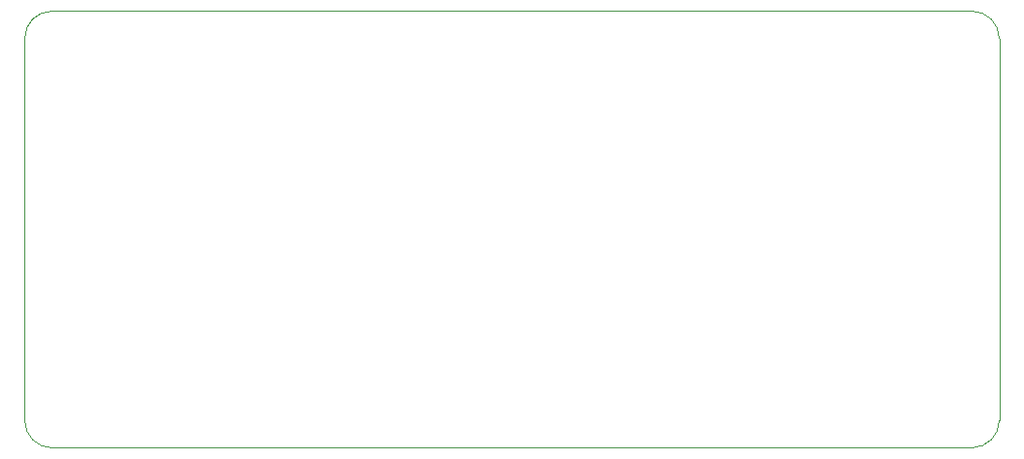
<source format=gm1>
G04 #@! TF.GenerationSoftware,KiCad,Pcbnew,(5.1.5)-1*
G04 #@! TF.CreationDate,2021-04-16T13:39:06-04:00*
G04 #@! TF.ProjectId,intro-pcb,696e7472-6f2d-4706-9362-2e6b69636164,rev?*
G04 #@! TF.SameCoordinates,Original*
G04 #@! TF.FileFunction,Profile,NP*
%FSLAX46Y46*%
G04 Gerber Fmt 4.6, Leading zero omitted, Abs format (unit mm)*
G04 Created by KiCad (PCBNEW (5.1.5)-1) date 2021-04-16 13:39:06*
%MOMM*%
%LPD*%
G04 APERTURE LIST*
%ADD10C,0.050000*%
G04 APERTURE END LIST*
D10*
X-405606250Y-68262500D02*
G75*
G02X-407987500Y-65881250I0J2381250D01*
G01*
X-407987500Y-32543750D02*
G75*
G02X-405606250Y-30162500I2381250J0D01*
G01*
X-407987500Y-65881250D02*
X-407987500Y-32543750D01*
X-325437500Y-68262500D02*
X-405606250Y-68262500D01*
X-325437500Y-30162500D02*
X-405606250Y-30162500D01*
X-323056250Y-32543750D02*
X-323056250Y-65881250D01*
X-323056250Y-65881250D02*
G75*
G02X-325437500Y-68262500I-2381250J0D01*
G01*
X-325437500Y-30162500D02*
G75*
G02X-323056250Y-32543750I0J-2381250D01*
G01*
M02*

</source>
